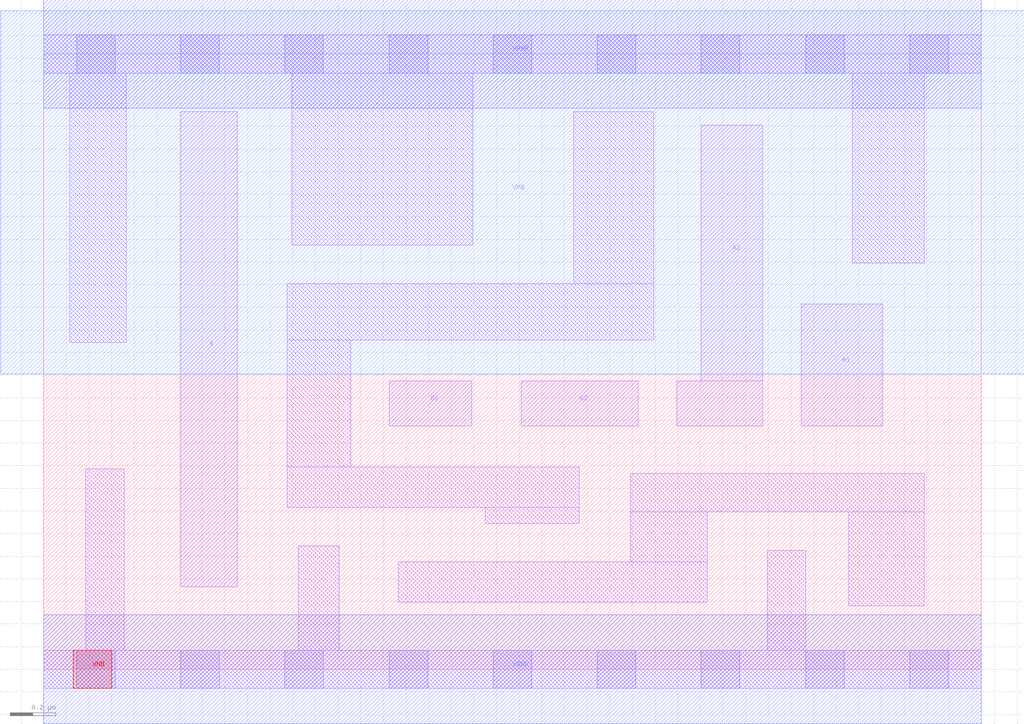
<source format=lef>
# Copyright 2020 The SkyWater PDK Authors
#
# Licensed under the Apache License, Version 2.0 (the "License");
# you may not use this file except in compliance with the License.
# You may obtain a copy of the License at
#
#     https://www.apache.org/licenses/LICENSE-2.0
#
# Unless required by applicable law or agreed to in writing, software
# distributed under the License is distributed on an "AS IS" BASIS,
# WITHOUT WARRANTIES OR CONDITIONS OF ANY KIND, either express or implied.
# See the License for the specific language governing permissions and
# limitations under the License.
#
# SPDX-License-Identifier: Apache-2.0

VERSION 5.7 ;
  NOWIREEXTENSIONATPIN ON ;
  DIVIDERCHAR "/" ;
  BUSBITCHARS "[]" ;
PROPERTYDEFINITIONS
  MACRO maskLayoutSubType STRING ;
  MACRO prCellType STRING ;
  MACRO originalViewName STRING ;
END PROPERTYDEFINITIONS
MACRO sky130_fd_sc_hdll__o22a_2
  CLASS CORE ;
  FOREIGN sky130_fd_sc_hdll__o22a_2 ;
  ORIGIN  0.000000  0.000000 ;
  SIZE  4.140000 BY  2.720000 ;
  SYMMETRY X Y R90 ;
  SITE unithd ;
  PIN A1
    ANTENNAGATEAREA  0.277500 ;
    DIRECTION INPUT ;
    USE SIGNAL ;
    PORT
      LAYER li1 ;
        RECT 3.345000 1.075000 3.705000 1.615000 ;
    END
  END A1
  PIN A2
    ANTENNAGATEAREA  0.277500 ;
    DIRECTION INPUT ;
    USE SIGNAL ;
    PORT
      LAYER li1 ;
        RECT 2.795000 1.075000 3.175000 1.275000 ;
        RECT 2.905000 1.275000 3.175000 2.405000 ;
    END
  END A2
  PIN B1
    ANTENNAGATEAREA  0.277500 ;
    DIRECTION INPUT ;
    USE SIGNAL ;
    PORT
      LAYER li1 ;
        RECT 1.525000 1.075000 1.890000 1.275000 ;
    END
  END B1
  PIN B2
    ANTENNAGATEAREA  0.277500 ;
    DIRECTION INPUT ;
    USE SIGNAL ;
    PORT
      LAYER li1 ;
        RECT 2.110000 1.075000 2.625000 1.275000 ;
    END
  END B2
  PIN VGND
    ANTENNADIFFAREA  0.565500 ;
    DIRECTION INOUT ;
    USE SIGNAL ;
    PORT
      LAYER met1 ;
        RECT 0.000000 -0.240000 4.140000 0.240000 ;
    END
  END VGND
  PIN VNB
    PORT
      LAYER pwell ;
        RECT 0.130000 -0.085000 0.300000 0.085000 ;
    END
  END VNB
  PIN VPB
    PORT
      LAYER nwell ;
        RECT -0.190000 1.305000 4.330000 2.910000 ;
    END
  END VPB
  PIN VPWR
    ANTENNADIFFAREA  1.380000 ;
    DIRECTION INOUT ;
    USE SIGNAL ;
    PORT
      LAYER met1 ;
        RECT 0.000000 2.480000 4.140000 2.960000 ;
    END
  END VPWR
  PIN X
    ANTENNADIFFAREA  0.491500 ;
    DIRECTION OUTPUT ;
    USE SIGNAL ;
    PORT
      LAYER li1 ;
        RECT 0.605000 0.365000 0.855000 2.465000 ;
    END
  END X
  OBS
    LAYER li1 ;
      RECT 0.000000 -0.085000 4.140000 0.085000 ;
      RECT 0.000000  2.635000 4.140000 2.805000 ;
      RECT 0.115000  1.445000 0.365000 2.635000 ;
      RECT 0.185000  0.085000 0.355000 0.885000 ;
      RECT 1.075000  0.715000 2.365000 0.895000 ;
      RECT 1.075000  0.895000 1.355000 1.455000 ;
      RECT 1.075000  1.455000 2.695000 1.705000 ;
      RECT 1.095000  1.875000 1.895000 2.635000 ;
      RECT 1.125000  0.085000 1.305000 0.545000 ;
      RECT 1.565000  0.295000 2.930000 0.475000 ;
      RECT 1.950000  0.645000 2.365000 0.715000 ;
      RECT 2.340000  1.705000 2.695000 2.465000 ;
      RECT 2.590000  0.475000 2.930000 0.695000 ;
      RECT 2.590000  0.695000 3.890000 0.865000 ;
      RECT 3.195000  0.085000 3.365000 0.525000 ;
      RECT 3.555000  0.280000 3.890000 0.695000 ;
      RECT 3.570000  1.795000 3.890000 2.635000 ;
    LAYER mcon ;
      RECT 0.145000 -0.085000 0.315000 0.085000 ;
      RECT 0.145000  2.635000 0.315000 2.805000 ;
      RECT 0.605000 -0.085000 0.775000 0.085000 ;
      RECT 0.605000  2.635000 0.775000 2.805000 ;
      RECT 1.065000 -0.085000 1.235000 0.085000 ;
      RECT 1.065000  2.635000 1.235000 2.805000 ;
      RECT 1.525000 -0.085000 1.695000 0.085000 ;
      RECT 1.525000  2.635000 1.695000 2.805000 ;
      RECT 1.985000 -0.085000 2.155000 0.085000 ;
      RECT 1.985000  2.635000 2.155000 2.805000 ;
      RECT 2.445000 -0.085000 2.615000 0.085000 ;
      RECT 2.445000  2.635000 2.615000 2.805000 ;
      RECT 2.905000 -0.085000 3.075000 0.085000 ;
      RECT 2.905000  2.635000 3.075000 2.805000 ;
      RECT 3.365000 -0.085000 3.535000 0.085000 ;
      RECT 3.365000  2.635000 3.535000 2.805000 ;
      RECT 3.825000 -0.085000 3.995000 0.085000 ;
      RECT 3.825000  2.635000 3.995000 2.805000 ;
  END
  PROPERTY maskLayoutSubType "abstract" ;
  PROPERTY prCellType "standard" ;
  PROPERTY originalViewName "layout" ;
END sky130_fd_sc_hdll__o22a_2
END LIBRARY

</source>
